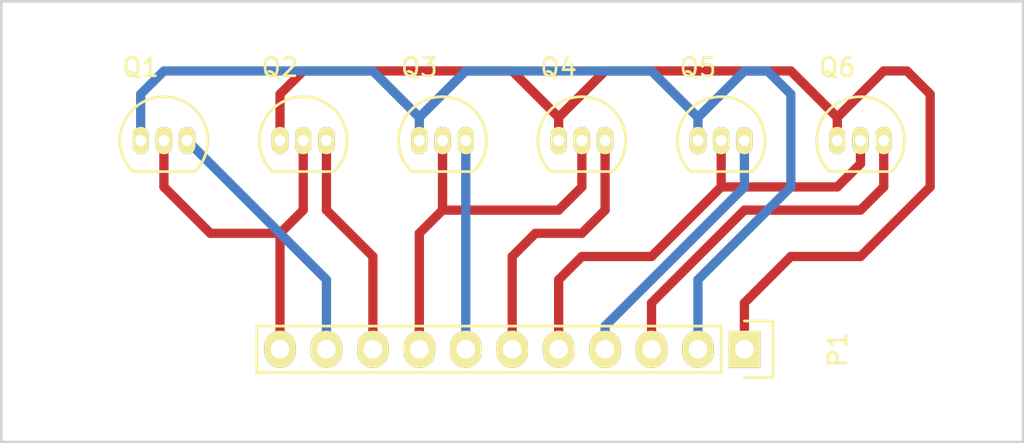
<source format=kicad_pcb>
(kicad_pcb (version 4) (host pcbnew 0.201509111501+6183~30~ubuntu14.04.1-product)

  (general
    (links 18)
    (no_connects 0)
    (area 115.494999 119.304999 171.525001 143.846333)
    (thickness 1.6)
    (drawings 4)
    (tracks 71)
    (zones 0)
    (modules 7)
    (nets 12)
  )

  (page A4)
  (layers
    (0 F.Cu signal)
    (31 B.Cu signal)
    (32 B.Adhes user)
    (33 F.Adhes user)
    (34 B.Paste user)
    (35 F.Paste user)
    (36 B.SilkS user)
    (37 F.SilkS user)
    (38 B.Mask user)
    (39 F.Mask user)
    (40 Dwgs.User user)
    (41 Cmts.User user)
    (42 Eco1.User user)
    (43 Eco2.User user)
    (44 Edge.Cuts user)
    (45 Margin user)
    (46 B.CrtYd user)
    (47 F.CrtYd user)
    (48 B.Fab user)
    (49 F.Fab user)
  )

  (setup
    (last_trace_width 0.508)
    (trace_clearance 0.508)
    (zone_clearance 0.508)
    (zone_45_only no)
    (trace_min 0.508)
    (segment_width 0.2)
    (edge_width 0.15)
    (via_size 0.6)
    (via_drill 0.4)
    (via_min_size 0.4)
    (via_min_drill 0.3)
    (uvia_size 0.3)
    (uvia_drill 0.1)
    (uvias_allowed no)
    (uvia_min_size 0)
    (uvia_min_drill 0)
    (pcb_text_width 0.3)
    (pcb_text_size 1.5 1.5)
    (mod_edge_width 0.15)
    (mod_text_size 1 1)
    (mod_text_width 0.15)
    (pad_size 1.524 1.524)
    (pad_drill 0.762)
    (pad_to_mask_clearance 0)
    (aux_axis_origin 0 0)
    (visible_elements FFFFFF7F)
    (pcbplotparams
      (layerselection 0x00030_80000001)
      (usegerberextensions false)
      (excludeedgelayer true)
      (linewidth 0.100000)
      (plotframeref false)
      (viasonmask false)
      (mode 1)
      (useauxorigin false)
      (hpglpennumber 1)
      (hpglpenspeed 20)
      (hpglpendiameter 15)
      (hpglpenoverlay 2)
      (psnegative false)
      (psa4output false)
      (plotreference true)
      (plotvalue true)
      (plotinvisibletext false)
      (padsonsilk false)
      (subtractmaskfromsilk false)
      (outputformat 1)
      (mirror false)
      (drillshape 0)
      (scaleselection 1)
      (outputdirectory ""))
  )

  (net 0 "")
  (net 1 "Net-(P1-Pad1)")
  (net 2 "Net-(P1-Pad2)")
  (net 3 "Net-(P1-Pad3)")
  (net 4 "Net-(P1-Pad4)")
  (net 5 "Net-(P1-Pad5)")
  (net 6 "Net-(P1-Pad6)")
  (net 7 "Net-(P1-Pad7)")
  (net 8 "Net-(P1-Pad8)")
  (net 9 "Net-(P1-Pad9)")
  (net 10 "Net-(P1-Pad10)")
  (net 11 "Net-(P1-Pad11)")

  (net_class Default "This is the default net class."
    (clearance 0.508)
    (trace_width 0.508)
    (via_dia 0.6)
    (via_drill 0.4)
    (uvia_dia 0.3)
    (uvia_drill 0.1)
    (add_net "Net-(P1-Pad1)")
    (add_net "Net-(P1-Pad10)")
    (add_net "Net-(P1-Pad11)")
    (add_net "Net-(P1-Pad2)")
    (add_net "Net-(P1-Pad3)")
    (add_net "Net-(P1-Pad4)")
    (add_net "Net-(P1-Pad5)")
    (add_net "Net-(P1-Pad6)")
    (add_net "Net-(P1-Pad7)")
    (add_net "Net-(P1-Pad8)")
    (add_net "Net-(P1-Pad9)")
  )

  (module Pin_Headers:Pin_Header_Straight_1x11 (layer F.Cu) (tedit 0) (tstamp 55F72A32)
    (at 156.21 138.43 270)
    (descr "Through hole pin header")
    (tags "pin header")
    (path /55F1A145)
    (fp_text reference P1 (at 0 -5.1 270) (layer F.SilkS)
      (effects (font (size 1 1) (thickness 0.15)))
    )
    (fp_text value CONN_01X11 (at 0 -3.1 270) (layer F.Fab)
      (effects (font (size 1 1) (thickness 0.15)))
    )
    (fp_line (start -1.75 -1.75) (end -1.75 27.15) (layer F.CrtYd) (width 0.05))
    (fp_line (start 1.75 -1.75) (end 1.75 27.15) (layer F.CrtYd) (width 0.05))
    (fp_line (start -1.75 -1.75) (end 1.75 -1.75) (layer F.CrtYd) (width 0.05))
    (fp_line (start -1.75 27.15) (end 1.75 27.15) (layer F.CrtYd) (width 0.05))
    (fp_line (start 1.27 1.27) (end 1.27 26.67) (layer F.SilkS) (width 0.15))
    (fp_line (start 1.27 26.67) (end -1.27 26.67) (layer F.SilkS) (width 0.15))
    (fp_line (start -1.27 26.67) (end -1.27 1.27) (layer F.SilkS) (width 0.15))
    (fp_line (start 1.55 -1.55) (end 1.55 0) (layer F.SilkS) (width 0.15))
    (fp_line (start 1.27 1.27) (end -1.27 1.27) (layer F.SilkS) (width 0.15))
    (fp_line (start -1.55 0) (end -1.55 -1.55) (layer F.SilkS) (width 0.15))
    (fp_line (start -1.55 -1.55) (end 1.55 -1.55) (layer F.SilkS) (width 0.15))
    (pad 1 thru_hole rect (at 0 0 270) (size 2.032 1.7272) (drill 1.016) (layers *.Cu *.Mask F.SilkS)
      (net 1 "Net-(P1-Pad1)"))
    (pad 2 thru_hole oval (at 0 2.54 270) (size 2.032 1.7272) (drill 1.016) (layers *.Cu *.Mask F.SilkS)
      (net 2 "Net-(P1-Pad2)"))
    (pad 3 thru_hole oval (at 0 5.08 270) (size 2.032 1.7272) (drill 1.016) (layers *.Cu *.Mask F.SilkS)
      (net 3 "Net-(P1-Pad3)"))
    (pad 4 thru_hole oval (at 0 7.62 270) (size 2.032 1.7272) (drill 1.016) (layers *.Cu *.Mask F.SilkS)
      (net 4 "Net-(P1-Pad4)"))
    (pad 5 thru_hole oval (at 0 10.16 270) (size 2.032 1.7272) (drill 1.016) (layers *.Cu *.Mask F.SilkS)
      (net 5 "Net-(P1-Pad5)"))
    (pad 6 thru_hole oval (at 0 12.7 270) (size 2.032 1.7272) (drill 1.016) (layers *.Cu *.Mask F.SilkS)
      (net 6 "Net-(P1-Pad6)"))
    (pad 7 thru_hole oval (at 0 15.24 270) (size 2.032 1.7272) (drill 1.016) (layers *.Cu *.Mask F.SilkS)
      (net 7 "Net-(P1-Pad7)"))
    (pad 8 thru_hole oval (at 0 17.78 270) (size 2.032 1.7272) (drill 1.016) (layers *.Cu *.Mask F.SilkS)
      (net 8 "Net-(P1-Pad8)"))
    (pad 9 thru_hole oval (at 0 20.32 270) (size 2.032 1.7272) (drill 1.016) (layers *.Cu *.Mask F.SilkS)
      (net 9 "Net-(P1-Pad9)"))
    (pad 10 thru_hole oval (at 0 22.86 270) (size 2.032 1.7272) (drill 1.016) (layers *.Cu *.Mask F.SilkS)
      (net 10 "Net-(P1-Pad10)"))
    (pad 11 thru_hole oval (at 0 25.4 270) (size 2.032 1.7272) (drill 1.016) (layers *.Cu *.Mask F.SilkS)
      (net 11 "Net-(P1-Pad11)"))
    (model Pin_Headers.3dshapes/Pin_Header_Straight_1x11.wrl
      (at (xyz 0 -0.5 0))
      (scale (xyz 1 1 1))
      (rotate (xyz 0 0 90))
    )
  )

  (module TO_SOT_Packages_THT:TO-92_Inline_Narrow_Oval (layer F.Cu) (tedit 54F24281) (tstamp 55F72A40)
    (at 123.19 127)
    (descr "TO-92 leads in-line, narrow, oval pads, drill 0.6mm (see NXP sot054_po.pdf)")
    (tags "to-92 sc-43 sc-43a sot54 PA33 transistor")
    (path /55F1A305)
    (fp_text reference Q1 (at 0 -4) (layer F.SilkS)
      (effects (font (size 1 1) (thickness 0.15)))
    )
    (fp_text value BS170 (at 0 3) (layer F.Fab)
      (effects (font (size 1 1) (thickness 0.15)))
    )
    (fp_line (start -1.4 1.95) (end -1.4 -2.65) (layer F.CrtYd) (width 0.05))
    (fp_line (start -1.4 1.95) (end 3.95 1.95) (layer F.CrtYd) (width 0.05))
    (fp_line (start -0.43 1.7) (end 2.97 1.7) (layer F.SilkS) (width 0.15))
    (fp_arc (start 1.27 0) (end 1.27 -2.4) (angle -135) (layer F.SilkS) (width 0.15))
    (fp_arc (start 1.27 0) (end 1.27 -2.4) (angle 135) (layer F.SilkS) (width 0.15))
    (fp_line (start -1.4 -2.65) (end 3.95 -2.65) (layer F.CrtYd) (width 0.05))
    (fp_line (start 3.95 1.95) (end 3.95 -2.65) (layer F.CrtYd) (width 0.05))
    (pad 2 thru_hole oval (at 1.27 0 180) (size 0.89916 1.50114) (drill 0.6) (layers *.Cu *.Mask F.SilkS)
      (net 11 "Net-(P1-Pad11)"))
    (pad 3 thru_hole oval (at 2.54 0 180) (size 0.89916 1.50114) (drill 0.6) (layers *.Cu *.Mask F.SilkS)
      (net 10 "Net-(P1-Pad10)"))
    (pad 1 thru_hole oval (at 0 0 180) (size 0.89916 1.50114) (drill 0.6) (layers *.Cu *.Mask F.SilkS)
      (net 2 "Net-(P1-Pad2)"))
    (model TO_SOT_Packages_THT.3dshapes/TO-92_Inline_Narrow_Oval.wrl
      (at (xyz 0.05 0 0))
      (scale (xyz 1 1 1))
      (rotate (xyz 0 0 -90))
    )
  )

  (module TO_SOT_Packages_THT:TO-92_Inline_Narrow_Oval (layer F.Cu) (tedit 54F24281) (tstamp 55F72A9A)
    (at 161.29 127)
    (descr "TO-92 leads in-line, narrow, oval pads, drill 0.6mm (see NXP sot054_po.pdf)")
    (tags "to-92 sc-43 sc-43a sot54 PA33 transistor")
    (path /55F1A3D6)
    (fp_text reference Q6 (at 0 -4) (layer F.SilkS)
      (effects (font (size 1 1) (thickness 0.15)))
    )
    (fp_text value BS170 (at 0 3) (layer F.Fab)
      (effects (font (size 1 1) (thickness 0.15)))
    )
    (fp_line (start -1.4 1.95) (end -1.4 -2.65) (layer F.CrtYd) (width 0.05))
    (fp_line (start -1.4 1.95) (end 3.95 1.95) (layer F.CrtYd) (width 0.05))
    (fp_line (start -0.43 1.7) (end 2.97 1.7) (layer F.SilkS) (width 0.15))
    (fp_arc (start 1.27 0) (end 1.27 -2.4) (angle -135) (layer F.SilkS) (width 0.15))
    (fp_arc (start 1.27 0) (end 1.27 -2.4) (angle 135) (layer F.SilkS) (width 0.15))
    (fp_line (start -1.4 -2.65) (end 3.95 -2.65) (layer F.CrtYd) (width 0.05))
    (fp_line (start 3.95 1.95) (end 3.95 -2.65) (layer F.CrtYd) (width 0.05))
    (pad 2 thru_hole oval (at 1.27 0 180) (size 0.89916 1.50114) (drill 0.6) (layers *.Cu *.Mask F.SilkS)
      (net 5 "Net-(P1-Pad5)"))
    (pad 3 thru_hole oval (at 2.54 0 180) (size 0.89916 1.50114) (drill 0.6) (layers *.Cu *.Mask F.SilkS)
      (net 3 "Net-(P1-Pad3)"))
    (pad 1 thru_hole oval (at 0 0 180) (size 0.89916 1.50114) (drill 0.6) (layers *.Cu *.Mask F.SilkS)
      (net 1 "Net-(P1-Pad1)"))
    (model TO_SOT_Packages_THT.3dshapes/TO-92_Inline_Narrow_Oval.wrl
      (at (xyz 0.05 0 0))
      (scale (xyz 1 1 1))
      (rotate (xyz 0 0 -90))
    )
  )

  (module TO_SOT_Packages_THT:TO-92_Inline_Narrow_Oval (layer F.Cu) (tedit 54F24281) (tstamp 55F72A88)
    (at 153.67 127)
    (descr "TO-92 leads in-line, narrow, oval pads, drill 0.6mm (see NXP sot054_po.pdf)")
    (tags "to-92 sc-43 sc-43a sot54 PA33 transistor")
    (path /55F19ED0)
    (fp_text reference Q5 (at 0 -4) (layer F.SilkS)
      (effects (font (size 1 1) (thickness 0.15)))
    )
    (fp_text value BS170 (at 0 3) (layer F.Fab)
      (effects (font (size 1 1) (thickness 0.15)))
    )
    (fp_line (start -1.4 1.95) (end -1.4 -2.65) (layer F.CrtYd) (width 0.05))
    (fp_line (start -1.4 1.95) (end 3.95 1.95) (layer F.CrtYd) (width 0.05))
    (fp_line (start -0.43 1.7) (end 2.97 1.7) (layer F.SilkS) (width 0.15))
    (fp_arc (start 1.27 0) (end 1.27 -2.4) (angle -135) (layer F.SilkS) (width 0.15))
    (fp_arc (start 1.27 0) (end 1.27 -2.4) (angle 135) (layer F.SilkS) (width 0.15))
    (fp_line (start -1.4 -2.65) (end 3.95 -2.65) (layer F.CrtYd) (width 0.05))
    (fp_line (start 3.95 1.95) (end 3.95 -2.65) (layer F.CrtYd) (width 0.05))
    (pad 2 thru_hole oval (at 1.27 0 180) (size 0.89916 1.50114) (drill 0.6) (layers *.Cu *.Mask F.SilkS)
      (net 5 "Net-(P1-Pad5)"))
    (pad 3 thru_hole oval (at 2.54 0 180) (size 0.89916 1.50114) (drill 0.6) (layers *.Cu *.Mask F.SilkS)
      (net 4 "Net-(P1-Pad4)"))
    (pad 1 thru_hole oval (at 0 0 180) (size 0.89916 1.50114) (drill 0.6) (layers *.Cu *.Mask F.SilkS)
      (net 2 "Net-(P1-Pad2)"))
    (model TO_SOT_Packages_THT.3dshapes/TO-92_Inline_Narrow_Oval.wrl
      (at (xyz 0.05 0 0))
      (scale (xyz 1 1 1))
      (rotate (xyz 0 0 -90))
    )
  )

  (module TO_SOT_Packages_THT:TO-92_Inline_Narrow_Oval (layer F.Cu) (tedit 54F24281) (tstamp 55F72A76)
    (at 146.05 127)
    (descr "TO-92 leads in-line, narrow, oval pads, drill 0.6mm (see NXP sot054_po.pdf)")
    (tags "to-92 sc-43 sc-43a sot54 PA33 transistor")
    (path /55F1A37E)
    (fp_text reference Q4 (at 0 -4) (layer F.SilkS)
      (effects (font (size 1 1) (thickness 0.15)))
    )
    (fp_text value BS170 (at 0 3) (layer F.Fab)
      (effects (font (size 1 1) (thickness 0.15)))
    )
    (fp_line (start -1.4 1.95) (end -1.4 -2.65) (layer F.CrtYd) (width 0.05))
    (fp_line (start -1.4 1.95) (end 3.95 1.95) (layer F.CrtYd) (width 0.05))
    (fp_line (start -0.43 1.7) (end 2.97 1.7) (layer F.SilkS) (width 0.15))
    (fp_arc (start 1.27 0) (end 1.27 -2.4) (angle -135) (layer F.SilkS) (width 0.15))
    (fp_arc (start 1.27 0) (end 1.27 -2.4) (angle 135) (layer F.SilkS) (width 0.15))
    (fp_line (start -1.4 -2.65) (end 3.95 -2.65) (layer F.CrtYd) (width 0.05))
    (fp_line (start 3.95 1.95) (end 3.95 -2.65) (layer F.CrtYd) (width 0.05))
    (pad 2 thru_hole oval (at 1.27 0 180) (size 0.89916 1.50114) (drill 0.6) (layers *.Cu *.Mask F.SilkS)
      (net 8 "Net-(P1-Pad8)"))
    (pad 3 thru_hole oval (at 2.54 0 180) (size 0.89916 1.50114) (drill 0.6) (layers *.Cu *.Mask F.SilkS)
      (net 6 "Net-(P1-Pad6)"))
    (pad 1 thru_hole oval (at 0 0 180) (size 0.89916 1.50114) (drill 0.6) (layers *.Cu *.Mask F.SilkS)
      (net 1 "Net-(P1-Pad1)"))
    (model TO_SOT_Packages_THT.3dshapes/TO-92_Inline_Narrow_Oval.wrl
      (at (xyz 0.05 0 0))
      (scale (xyz 1 1 1))
      (rotate (xyz 0 0 -90))
    )
  )

  (module TO_SOT_Packages_THT:TO-92_Inline_Narrow_Oval (layer F.Cu) (tedit 54F24281) (tstamp 55F72A64)
    (at 138.43 127)
    (descr "TO-92 leads in-line, narrow, oval pads, drill 0.6mm (see NXP sot054_po.pdf)")
    (tags "to-92 sc-43 sc-43a sot54 PA33 transistor")
    (path /55F19E72)
    (fp_text reference Q3 (at 0 -4) (layer F.SilkS)
      (effects (font (size 1 1) (thickness 0.15)))
    )
    (fp_text value BS170 (at 0 3) (layer F.Fab)
      (effects (font (size 1 1) (thickness 0.15)))
    )
    (fp_line (start -1.4 1.95) (end -1.4 -2.65) (layer F.CrtYd) (width 0.05))
    (fp_line (start -1.4 1.95) (end 3.95 1.95) (layer F.CrtYd) (width 0.05))
    (fp_line (start -0.43 1.7) (end 2.97 1.7) (layer F.SilkS) (width 0.15))
    (fp_arc (start 1.27 0) (end 1.27 -2.4) (angle -135) (layer F.SilkS) (width 0.15))
    (fp_arc (start 1.27 0) (end 1.27 -2.4) (angle 135) (layer F.SilkS) (width 0.15))
    (fp_line (start -1.4 -2.65) (end 3.95 -2.65) (layer F.CrtYd) (width 0.05))
    (fp_line (start 3.95 1.95) (end 3.95 -2.65) (layer F.CrtYd) (width 0.05))
    (pad 2 thru_hole oval (at 1.27 0 180) (size 0.89916 1.50114) (drill 0.6) (layers *.Cu *.Mask F.SilkS)
      (net 8 "Net-(P1-Pad8)"))
    (pad 3 thru_hole oval (at 2.54 0 180) (size 0.89916 1.50114) (drill 0.6) (layers *.Cu *.Mask F.SilkS)
      (net 7 "Net-(P1-Pad7)"))
    (pad 1 thru_hole oval (at 0 0 180) (size 0.89916 1.50114) (drill 0.6) (layers *.Cu *.Mask F.SilkS)
      (net 2 "Net-(P1-Pad2)"))
    (model TO_SOT_Packages_THT.3dshapes/TO-92_Inline_Narrow_Oval.wrl
      (at (xyz 0.05 0 0))
      (scale (xyz 1 1 1))
      (rotate (xyz 0 0 -90))
    )
  )

  (module TO_SOT_Packages_THT:TO-92_Inline_Narrow_Oval (layer F.Cu) (tedit 54F24281) (tstamp 55F72A52)
    (at 130.81 127)
    (descr "TO-92 leads in-line, narrow, oval pads, drill 0.6mm (see NXP sot054_po.pdf)")
    (tags "to-92 sc-43 sc-43a sot54 PA33 transistor")
    (path /55F19AEA)
    (fp_text reference Q2 (at 0 -4) (layer F.SilkS)
      (effects (font (size 1 1) (thickness 0.15)))
    )
    (fp_text value BS170 (at 0 3) (layer F.Fab)
      (effects (font (size 1 1) (thickness 0.15)))
    )
    (fp_line (start -1.4 1.95) (end -1.4 -2.65) (layer F.CrtYd) (width 0.05))
    (fp_line (start -1.4 1.95) (end 3.95 1.95) (layer F.CrtYd) (width 0.05))
    (fp_line (start -0.43 1.7) (end 2.97 1.7) (layer F.SilkS) (width 0.15))
    (fp_arc (start 1.27 0) (end 1.27 -2.4) (angle -135) (layer F.SilkS) (width 0.15))
    (fp_arc (start 1.27 0) (end 1.27 -2.4) (angle 135) (layer F.SilkS) (width 0.15))
    (fp_line (start -1.4 -2.65) (end 3.95 -2.65) (layer F.CrtYd) (width 0.05))
    (fp_line (start 3.95 1.95) (end 3.95 -2.65) (layer F.CrtYd) (width 0.05))
    (pad 2 thru_hole oval (at 1.27 0 180) (size 0.89916 1.50114) (drill 0.6) (layers *.Cu *.Mask F.SilkS)
      (net 11 "Net-(P1-Pad11)"))
    (pad 3 thru_hole oval (at 2.54 0 180) (size 0.89916 1.50114) (drill 0.6) (layers *.Cu *.Mask F.SilkS)
      (net 9 "Net-(P1-Pad9)"))
    (pad 1 thru_hole oval (at 0 0 180) (size 0.89916 1.50114) (drill 0.6) (layers *.Cu *.Mask F.SilkS)
      (net 1 "Net-(P1-Pad1)"))
    (model TO_SOT_Packages_THT.3dshapes/TO-92_Inline_Narrow_Oval.wrl
      (at (xyz 0.05 0 0))
      (scale (xyz 1 1 1))
      (rotate (xyz 0 0 -90))
    )
  )

  (gr_line (start 115.57 143.51) (end 115.57 119.38) (angle 90) (layer Edge.Cuts) (width 0.15))
  (gr_line (start 171.45 143.51) (end 115.57 143.51) (angle 90) (layer Edge.Cuts) (width 0.15))
  (gr_line (start 171.45 119.38) (end 171.45 143.51) (angle 90) (layer Edge.Cuts) (width 0.15))
  (gr_line (start 115.57 119.38) (end 171.45 119.38) (angle 90) (layer Edge.Cuts) (width 0.15))

  (segment (start 161.29 125.73) (end 163.83 123.19) (width 0.508) (layer F.Cu) (net 1))
  (segment (start 156.21 135.89) (end 156.21 138.43) (width 0.508) (layer F.Cu) (net 1) (tstamp 55F73B72) (status 800000))
  (segment (start 158.75 133.35) (end 156.21 135.89) (width 0.508) (layer F.Cu) (net 1) (tstamp 55F73B70))
  (segment (start 162.56 133.35) (end 158.75 133.35) (width 0.508) (layer F.Cu) (net 1) (tstamp 55F73B6E))
  (segment (start 166.37 129.54) (end 162.56 133.35) (width 0.508) (layer F.Cu) (net 1) (tstamp 55F73B6C))
  (segment (start 166.37 124.46) (end 166.37 129.54) (width 0.508) (layer F.Cu) (net 1) (tstamp 55F73B6B))
  (segment (start 165.1 123.19) (end 166.37 124.46) (width 0.508) (layer F.Cu) (net 1) (tstamp 55F73B6A))
  (segment (start 163.83 123.19) (end 165.1 123.19) (width 0.508) (layer F.Cu) (net 1) (tstamp 55F73B69))
  (segment (start 146.05 125.73) (end 148.59 123.19) (width 0.508) (layer F.Cu) (net 1))
  (segment (start 161.29 125.73) (end 161.29 127) (width 0.508) (layer F.Cu) (net 1) (tstamp 55F73B66) (status 800000))
  (segment (start 158.75 123.19) (end 161.29 125.73) (width 0.508) (layer F.Cu) (net 1) (tstamp 55F73B64))
  (segment (start 148.59 123.19) (end 158.75 123.19) (width 0.508) (layer F.Cu) (net 1) (tstamp 55F73B63))
  (segment (start 130.81 127) (end 130.81 124.46) (width 0.508) (layer F.Cu) (net 1) (status 400000))
  (segment (start 146.05 125.73) (end 146.05 127) (width 0.508) (layer F.Cu) (net 1) (tstamp 55F73B60) (status 800000))
  (segment (start 143.51 123.19) (end 146.05 125.73) (width 0.508) (layer F.Cu) (net 1) (tstamp 55F73B5E))
  (segment (start 132.08 123.19) (end 143.51 123.19) (width 0.508) (layer F.Cu) (net 1) (tstamp 55F73B5D))
  (segment (start 130.81 124.46) (end 132.08 123.19) (width 0.508) (layer F.Cu) (net 1) (tstamp 55F73B5C))
  (segment (start 153.67 125.73) (end 156.21 123.19) (width 0.508) (layer B.Cu) (net 2))
  (segment (start 153.67 134.62) (end 153.67 138.43) (width 0.508) (layer B.Cu) (net 2) (tstamp 55F73B51) (status 800000))
  (segment (start 158.75 129.54) (end 153.67 134.62) (width 0.508) (layer B.Cu) (net 2) (tstamp 55F73B4F))
  (segment (start 158.75 124.46) (end 158.75 129.54) (width 0.508) (layer B.Cu) (net 2) (tstamp 55F73B4E))
  (segment (start 157.48 123.19) (end 158.75 124.46) (width 0.508) (layer B.Cu) (net 2) (tstamp 55F73B4D))
  (segment (start 156.21 123.19) (end 157.48 123.19) (width 0.508) (layer B.Cu) (net 2) (tstamp 55F73B4C))
  (segment (start 138.43 125.73) (end 140.97 123.19) (width 0.508) (layer B.Cu) (net 2))
  (segment (start 153.67 125.73) (end 153.67 127) (width 0.508) (layer B.Cu) (net 2) (tstamp 55F73B49) (status 800000))
  (segment (start 151.13 123.19) (end 153.67 125.73) (width 0.508) (layer B.Cu) (net 2) (tstamp 55F73B47))
  (segment (start 140.97 123.19) (end 151.13 123.19) (width 0.508) (layer B.Cu) (net 2) (tstamp 55F73B46))
  (segment (start 123.19 127) (end 123.19 124.46) (width 0.508) (layer B.Cu) (net 2) (status 400000))
  (segment (start 138.43 125.73) (end 138.43 127) (width 0.508) (layer B.Cu) (net 2) (tstamp 55F73B43) (status 800000))
  (segment (start 135.89 123.19) (end 138.43 125.73) (width 0.508) (layer B.Cu) (net 2) (tstamp 55F73B41))
  (segment (start 124.46 123.19) (end 135.89 123.19) (width 0.508) (layer B.Cu) (net 2) (tstamp 55F73B40))
  (segment (start 123.19 124.46) (end 124.46 123.19) (width 0.508) (layer B.Cu) (net 2) (tstamp 55F73B3F))
  (segment (start 151.13 138.43) (end 151.13 135.89) (width 0.508) (layer F.Cu) (net 3) (status 400000))
  (segment (start 163.83 129.54) (end 163.83 127) (width 0.508) (layer F.Cu) (net 3) (tstamp 55F73B17) (status 800000))
  (segment (start 162.56 130.81) (end 163.83 129.54) (width 0.508) (layer F.Cu) (net 3) (tstamp 55F73B16))
  (segment (start 156.21 130.81) (end 162.56 130.81) (width 0.508) (layer F.Cu) (net 3) (tstamp 55F73B15))
  (segment (start 151.13 135.89) (end 156.21 130.81) (width 0.508) (layer F.Cu) (net 3) (tstamp 55F73B14))
  (segment (start 148.59 138.43) (end 148.59 137.16) (width 0.508) (layer B.Cu) (net 4) (status 400000))
  (segment (start 156.21 129.54) (end 156.21 127) (width 0.508) (layer B.Cu) (net 4) (tstamp 55F73B3B) (status 800000))
  (segment (start 148.59 137.16) (end 156.21 129.54) (width 0.508) (layer B.Cu) (net 4) (tstamp 55F73B3A))
  (segment (start 146.05 138.43) (end 146.05 134.62) (width 0.508) (layer F.Cu) (net 5) (status 400000))
  (segment (start 151.13 133.35) (end 154.94 129.54) (width 0.508) (layer F.Cu) (net 5) (tstamp 55F73B10))
  (segment (start 147.32 133.35) (end 151.13 133.35) (width 0.508) (layer F.Cu) (net 5) (tstamp 55F73B0F))
  (segment (start 146.05 134.62) (end 147.32 133.35) (width 0.508) (layer F.Cu) (net 5) (tstamp 55F73B0E))
  (segment (start 154.94 129.54) (end 161.29 129.54) (width 0.508) (layer F.Cu) (net 5))
  (segment (start 162.56 128.27) (end 162.56 127) (width 0.508) (layer F.Cu) (net 5) (tstamp 55F73AD8))
  (segment (start 161.29 129.54) (end 162.56 128.27) (width 0.508) (layer F.Cu) (net 5) (tstamp 55F73AD7))
  (segment (start 154.94 129.54) (end 154.94 127) (width 0.508) (layer F.Cu) (net 5) (tstamp 55F73AD3))
  (segment (start 143.51 138.43) (end 143.51 133.35) (width 0.508) (layer F.Cu) (net 6) (status 400000))
  (segment (start 148.59 130.81) (end 148.59 127) (width 0.508) (layer F.Cu) (net 6) (tstamp 55F73B0B) (status 800000))
  (segment (start 147.32 132.08) (end 148.59 130.81) (width 0.508) (layer F.Cu) (net 6) (tstamp 55F73B0A))
  (segment (start 144.78 132.08) (end 147.32 132.08) (width 0.508) (layer F.Cu) (net 6) (tstamp 55F73B09))
  (segment (start 143.51 133.35) (end 144.78 132.08) (width 0.508) (layer F.Cu) (net 6) (tstamp 55F73B08))
  (segment (start 140.97 138.43) (end 140.97 127) (width 0.508) (layer B.Cu) (net 7) (status C00000))
  (segment (start 139.7 130.81) (end 146.05 130.81) (width 0.508) (layer F.Cu) (net 8))
  (segment (start 147.32 129.54) (end 147.32 127) (width 0.508) (layer F.Cu) (net 8) (tstamp 55F73ACC))
  (segment (start 146.05 130.81) (end 147.32 129.54) (width 0.508) (layer F.Cu) (net 8) (tstamp 55F73ACB))
  (segment (start 138.43 138.43) (end 138.43 132.08) (width 0.508) (layer F.Cu) (net 8))
  (segment (start 139.7 130.81) (end 139.7 127) (width 0.508) (layer F.Cu) (net 8) (tstamp 55F73AC8))
  (segment (start 138.43 132.08) (end 139.7 130.81) (width 0.508) (layer F.Cu) (net 8) (tstamp 55F73AC7))
  (segment (start 135.89 138.43) (end 135.89 133.35) (width 0.508) (layer F.Cu) (net 9))
  (segment (start 133.35 130.81) (end 133.35 127) (width 0.508) (layer F.Cu) (net 9) (tstamp 55F73ADD))
  (segment (start 135.89 133.35) (end 133.35 130.81) (width 0.508) (layer F.Cu) (net 9) (tstamp 55F73ADB))
  (segment (start 133.35 138.43) (end 133.35 134.62) (width 0.508) (layer B.Cu) (net 10) (status 400000))
  (segment (start 133.35 134.62) (end 125.73 127) (width 0.508) (layer B.Cu) (net 10) (tstamp 55F73B34) (status 800000))
  (segment (start 130.81 132.08) (end 127 132.08) (width 0.508) (layer F.Cu) (net 11))
  (segment (start 124.46 129.54) (end 124.46 127) (width 0.508) (layer F.Cu) (net 11) (tstamp 55F73AC3))
  (segment (start 127 132.08) (end 124.46 129.54) (width 0.508) (layer F.Cu) (net 11) (tstamp 55F73AC1))
  (segment (start 130.81 138.43) (end 130.81 132.08) (width 0.508) (layer F.Cu) (net 11))
  (segment (start 132.08 130.81) (end 132.08 127) (width 0.508) (layer F.Cu) (net 11) (tstamp 55F73ABE))
  (segment (start 130.81 132.08) (end 132.08 130.81) (width 0.508) (layer F.Cu) (net 11) (tstamp 55F73ABD))

)

</source>
